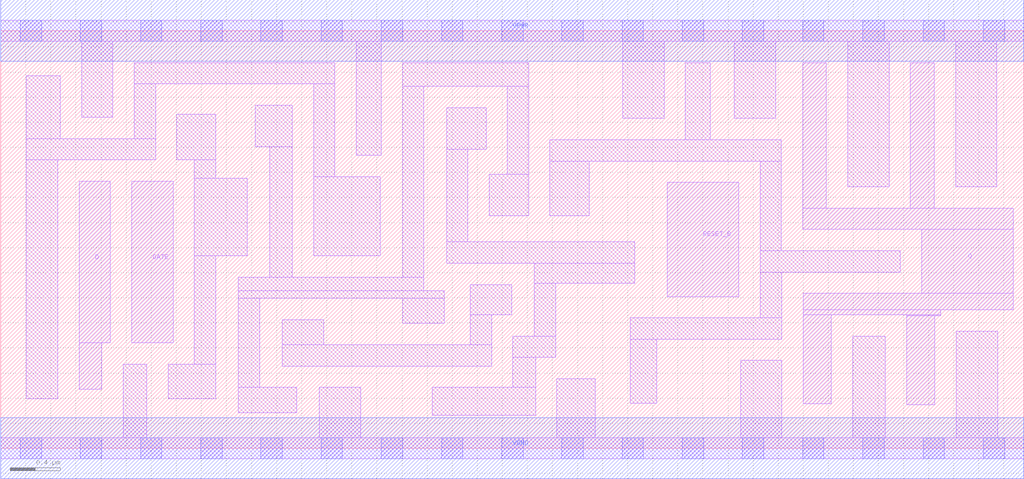
<source format=lef>
# Copyright 2020 The SkyWater PDK Authors
#
# Licensed under the Apache License, Version 2.0 (the "License");
# you may not use this file except in compliance with the License.
# You may obtain a copy of the License at
#
#     https://www.apache.org/licenses/LICENSE-2.0
#
# Unless required by applicable law or agreed to in writing, software
# distributed under the License is distributed on an "AS IS" BASIS,
# WITHOUT WARRANTIES OR CONDITIONS OF ANY KIND, either express or implied.
# See the License for the specific language governing permissions and
# limitations under the License.
#
# SPDX-License-Identifier: Apache-2.0

VERSION 5.7 ;
  NAMESCASESENSITIVE ON ;
  NOWIREEXTENSIONATPIN ON ;
  DIVIDERCHAR "/" ;
  BUSBITCHARS "[]" ;
UNITS
  DATABASE MICRONS 200 ;
END UNITS
MACRO sky130_fd_sc_lp__dlrtp_4
  CLASS CORE ;
  FOREIGN sky130_fd_sc_lp__dlrtp_4 ;
  ORIGIN  0.000000  0.000000 ;
  SIZE  8.160000 BY  3.330000 ;
  SYMMETRY X Y R90 ;
  SITE unit ;
  PIN D
    ANTENNAGATEAREA  0.159000 ;
    DIRECTION INPUT ;
    USE SIGNAL ;
    PORT
      LAYER li1 ;
        RECT 0.625000 0.470000 0.805000 0.840000 ;
        RECT 0.625000 0.840000 0.875000 2.130000 ;
    END
  END D
  PIN Q
    ANTENNADIFFAREA  1.176000 ;
    DIRECTION OUTPUT ;
    USE SIGNAL ;
    PORT
      LAYER li1 ;
        RECT 6.395000 1.745000 8.075000 1.915000 ;
        RECT 6.395000 1.915000 6.585000 3.075000 ;
        RECT 6.400000 0.355000 6.625000 1.065000 ;
        RECT 6.400000 1.065000 7.495000 1.105000 ;
        RECT 6.400000 1.105000 8.075000 1.235000 ;
        RECT 7.225000 0.345000 7.450000 1.055000 ;
        RECT 7.225000 1.055000 7.495000 1.065000 ;
        RECT 7.255000 1.915000 7.445000 3.075000 ;
        RECT 7.345000 1.235000 8.075000 1.745000 ;
    END
  END Q
  PIN RESET_B
    ANTENNAGATEAREA  0.315000 ;
    DIRECTION INPUT ;
    USE SIGNAL ;
    PORT
      LAYER li1 ;
        RECT 5.315000 1.210000 5.885000 2.120000 ;
    END
  END RESET_B
  PIN GATE
    ANTENNAGATEAREA  0.159000 ;
    DIRECTION INPUT ;
    USE CLOCK ;
    PORT
      LAYER li1 ;
        RECT 1.045000 0.840000 1.375000 2.130000 ;
    END
  END GATE
  PIN VGND
    DIRECTION INOUT ;
    USE GROUND ;
    PORT
      LAYER met1 ;
        RECT 0.000000 -0.245000 8.160000 0.245000 ;
    END
  END VGND
  PIN VPWR
    DIRECTION INOUT ;
    USE POWER ;
    PORT
      LAYER met1 ;
        RECT 0.000000 3.085000 8.160000 3.575000 ;
    END
  END VPWR
  OBS
    LAYER li1 ;
      RECT 0.000000 -0.085000 8.160000 0.085000 ;
      RECT 0.000000  3.245000 8.160000 3.415000 ;
      RECT 0.205000  0.395000 0.455000 2.300000 ;
      RECT 0.205000  2.300000 1.235000 2.470000 ;
      RECT 0.205000  2.470000 0.475000 2.970000 ;
      RECT 0.645000  2.640000 0.895000 3.245000 ;
      RECT 0.975000  0.085000 1.165000 0.670000 ;
      RECT 1.065000  2.470000 1.235000 2.905000 ;
      RECT 1.065000  2.905000 2.665000 3.075000 ;
      RECT 1.335000  0.395000 1.715000 0.670000 ;
      RECT 1.405000  2.300000 1.715000 2.665000 ;
      RECT 1.545000  0.670000 1.715000 1.535000 ;
      RECT 1.545000  1.535000 1.965000 2.155000 ;
      RECT 1.545000  2.155000 1.715000 2.300000 ;
      RECT 1.895000  0.285000 2.360000 0.485000 ;
      RECT 1.895000  0.485000 2.065000 1.195000 ;
      RECT 1.895000  1.195000 3.535000 1.255000 ;
      RECT 1.895000  1.255000 3.375000 1.365000 ;
      RECT 2.030000  2.405000 2.325000 2.735000 ;
      RECT 2.145000  1.365000 2.325000 2.405000 ;
      RECT 2.245000  0.655000 3.915000 0.825000 ;
      RECT 2.245000  0.825000 2.575000 1.025000 ;
      RECT 2.495000  1.535000 3.025000 2.165000 ;
      RECT 2.495000  2.165000 2.665000 2.905000 ;
      RECT 2.540000  0.085000 2.870000 0.485000 ;
      RECT 2.835000  2.335000 3.035000 3.245000 ;
      RECT 3.205000  0.995000 3.535000 1.195000 ;
      RECT 3.205000  1.365000 3.375000 2.885000 ;
      RECT 3.205000  2.885000 4.210000 3.075000 ;
      RECT 3.440000  0.265000 4.265000 0.485000 ;
      RECT 3.555000  1.475000 5.055000 1.645000 ;
      RECT 3.555000  1.645000 3.725000 2.385000 ;
      RECT 3.555000  2.385000 3.870000 2.715000 ;
      RECT 3.745000  0.825000 3.915000 1.065000 ;
      RECT 3.745000  1.065000 4.075000 1.305000 ;
      RECT 3.895000  1.855000 4.210000 2.185000 ;
      RECT 4.040000  2.185000 4.210000 2.885000 ;
      RECT 4.085000  0.485000 4.265000 0.725000 ;
      RECT 4.085000  0.725000 4.425000 0.895000 ;
      RECT 4.255000  0.895000 4.425000 1.315000 ;
      RECT 4.255000  1.315000 5.055000 1.475000 ;
      RECT 4.380000  1.855000 4.695000 2.290000 ;
      RECT 4.380000  2.290000 6.225000 2.460000 ;
      RECT 4.435000  0.085000 4.740000 0.555000 ;
      RECT 4.960000  2.630000 5.290000 3.245000 ;
      RECT 5.020000  0.360000 5.230000 0.870000 ;
      RECT 5.020000  0.870000 6.230000 1.040000 ;
      RECT 5.460000  2.460000 5.660000 3.075000 ;
      RECT 5.850000  2.630000 6.180000 3.245000 ;
      RECT 5.900000  0.085000 6.230000 0.700000 ;
      RECT 6.055000  1.040000 6.230000 1.405000 ;
      RECT 6.055000  1.405000 7.175000 1.575000 ;
      RECT 6.055000  1.575000 6.225000 2.290000 ;
      RECT 6.755000  2.085000 7.085000 3.245000 ;
      RECT 6.795000  0.085000 7.055000 0.895000 ;
      RECT 7.615000  2.085000 7.945000 3.245000 ;
      RECT 7.620000  0.085000 7.950000 0.935000 ;
    LAYER mcon ;
      RECT 0.155000 -0.085000 0.325000 0.085000 ;
      RECT 0.155000  3.245000 0.325000 3.415000 ;
      RECT 0.635000 -0.085000 0.805000 0.085000 ;
      RECT 0.635000  3.245000 0.805000 3.415000 ;
      RECT 1.115000 -0.085000 1.285000 0.085000 ;
      RECT 1.115000  3.245000 1.285000 3.415000 ;
      RECT 1.595000 -0.085000 1.765000 0.085000 ;
      RECT 1.595000  3.245000 1.765000 3.415000 ;
      RECT 2.075000 -0.085000 2.245000 0.085000 ;
      RECT 2.075000  3.245000 2.245000 3.415000 ;
      RECT 2.555000 -0.085000 2.725000 0.085000 ;
      RECT 2.555000  3.245000 2.725000 3.415000 ;
      RECT 3.035000 -0.085000 3.205000 0.085000 ;
      RECT 3.035000  3.245000 3.205000 3.415000 ;
      RECT 3.515000 -0.085000 3.685000 0.085000 ;
      RECT 3.515000  3.245000 3.685000 3.415000 ;
      RECT 3.995000 -0.085000 4.165000 0.085000 ;
      RECT 3.995000  3.245000 4.165000 3.415000 ;
      RECT 4.475000 -0.085000 4.645000 0.085000 ;
      RECT 4.475000  3.245000 4.645000 3.415000 ;
      RECT 4.955000 -0.085000 5.125000 0.085000 ;
      RECT 4.955000  3.245000 5.125000 3.415000 ;
      RECT 5.435000 -0.085000 5.605000 0.085000 ;
      RECT 5.435000  3.245000 5.605000 3.415000 ;
      RECT 5.915000 -0.085000 6.085000 0.085000 ;
      RECT 5.915000  3.245000 6.085000 3.415000 ;
      RECT 6.395000 -0.085000 6.565000 0.085000 ;
      RECT 6.395000  3.245000 6.565000 3.415000 ;
      RECT 6.875000 -0.085000 7.045000 0.085000 ;
      RECT 6.875000  3.245000 7.045000 3.415000 ;
      RECT 7.355000 -0.085000 7.525000 0.085000 ;
      RECT 7.355000  3.245000 7.525000 3.415000 ;
      RECT 7.835000 -0.085000 8.005000 0.085000 ;
      RECT 7.835000  3.245000 8.005000 3.415000 ;
  END
END sky130_fd_sc_lp__dlrtp_4
END LIBRARY

</source>
